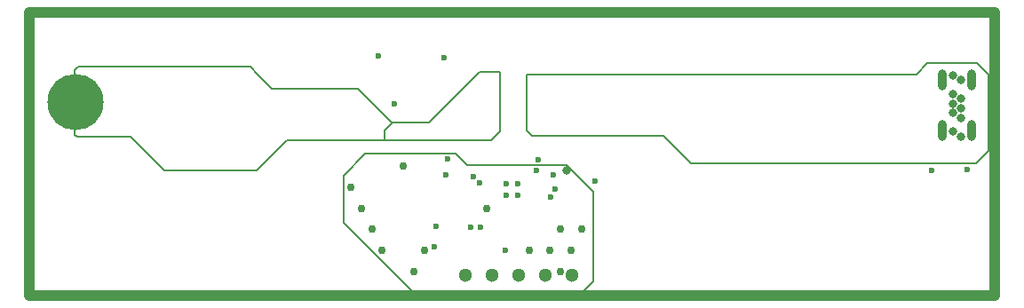
<source format=gbr>
%TF.GenerationSoftware,Altium Limited,Altium Designer,24.10.1 (45)*%
G04 Layer_Physical_Order=2*
G04 Layer_Color=32768*
%FSLAX45Y45*%
%MOMM*%
%TF.SameCoordinates,6B7C1C4C-1752-458E-A365-839E3CDA317C*%
%TF.FilePolarity,Negative*%
%TF.FileFunction,Copper,L2,Inr,Plane*%
%TF.Part,Single*%
G01*
G75*
%TA.AperFunction,ViaPad*%
%ADD41C,0.60000*%
%TA.AperFunction,NonConductor*%
%ADD42C,1.01600*%
%ADD43C,0.20000*%
%TA.AperFunction,ComponentPad*%
%ADD44O,0.80000X2.00000*%
%ADD45C,0.80000*%
%ADD46C,5.35000*%
%ADD47C,1.30000*%
%TA.AperFunction,ViaPad*%
%ADD48C,0.75000*%
%ADD49C,0.80000*%
D41*
X11590000Y7060000D02*
D03*
X12130000Y6860000D02*
D03*
X10220000Y7600000D02*
D03*
X15339999Y6960000D02*
D03*
X15680000Y6970000D02*
D03*
X11730000Y6920000D02*
D03*
X11570000Y6960000D02*
D03*
X11270000Y6200000D02*
D03*
X11030000Y6840000D02*
D03*
X10970000Y6900000D02*
D03*
X11040000Y6420000D02*
D03*
X10940000D02*
D03*
X11710000Y6710000D02*
D03*
X10610000Y6430000D02*
D03*
X10710000Y6920000D02*
D03*
X11750000Y6780000D02*
D03*
X10720000Y7070000D02*
D03*
X10600000Y6230000D02*
D03*
X10060000Y8050000D02*
D03*
X10690000Y8040000D02*
D03*
X11395000Y6725000D02*
D03*
X11285000D02*
D03*
X11395000Y6835000D02*
D03*
X11285000D02*
D03*
D42*
X6740000Y5770000D02*
Y8470000D01*
X15939999D01*
Y5770000D02*
Y8470000D01*
X6740000Y5770000D02*
X15939999D01*
D43*
X10120000Y7250000D02*
Y7320000D01*
X7170000Y7920000D02*
X7200000Y7950000D01*
X8390000D01*
X9190000Y7250000D02*
X10050000D01*
X8990000Y7050000D02*
X9190000Y7250000D01*
X8900000Y6960000D02*
X8990000Y7050000D01*
X8250000Y6960000D02*
X8900000D01*
X8020000D02*
X8250000D01*
X7700000Y7280000D02*
X8020000Y6960000D01*
X7190000Y7280000D02*
X7700000D01*
X7170000Y7300000D02*
X7190000Y7280000D01*
X7170000Y7300000D02*
Y7920000D01*
X8390000Y7950000D02*
X8840000D01*
X8920000Y7870000D01*
X9050000Y7740000D01*
X9570000D01*
X9870000D01*
X9900000Y7710000D01*
X10190000Y7420000D01*
X10200000D01*
X10050000Y7250000D02*
X11140000D01*
X11220000Y7330000D01*
Y7900000D01*
X11030000D02*
X11220000D01*
X10550000Y7420000D02*
X11030000Y7900000D01*
X10200000Y7420000D02*
X10550000D01*
X10120000Y7340000D02*
X10200000Y7420000D01*
X10120000Y7320000D02*
Y7340000D01*
X9730000Y6460000D02*
Y6910000D01*
X9940000Y7120000D01*
X10800000D01*
X9940000Y7120000D02*
Y7120000D01*
X11480000Y7340000D02*
Y7880000D01*
Y7340000D02*
X11530000Y7290000D01*
X12780000D01*
X13039999Y7030000D01*
X15760001D01*
X15880000Y7150000D01*
Y7880000D01*
X15770000Y7990000D02*
X15880000Y7880000D01*
X15300000Y7990000D02*
X15770000D01*
X15189999Y7880000D02*
X15300000Y7990000D01*
X11480000Y7880000D02*
X15189999D01*
X10800000Y7120000D02*
X10910000Y7010000D01*
X11860000D01*
X12110000Y6760000D01*
Y5900000D02*
Y6760000D01*
X12000000Y5790000D02*
X12110000Y5900000D01*
X10400000Y5790000D02*
X12000000D01*
X9730000Y6460000D02*
X10400000Y5790000D01*
D44*
X15437000Y7342502D02*
D03*
X15723000D02*
D03*
X15437000Y7824999D02*
D03*
X15723000D02*
D03*
D45*
X15619000Y7284999D02*
D03*
X15541000Y7870000D02*
D03*
Y7690000D02*
D03*
Y7600000D02*
D03*
Y7509999D02*
D03*
Y7329999D02*
D03*
X15619000Y7824999D02*
D03*
Y7644999D02*
D03*
Y7554999D02*
D03*
Y7464999D02*
D03*
D46*
X7180000Y7615750D02*
D03*
D47*
X11912000Y5960000D02*
D03*
X11658000D02*
D03*
X11404000D02*
D03*
X11150000D02*
D03*
X10896000D02*
D03*
D48*
X12000006Y6400003D02*
D03*
X11800006D02*
D03*
X11900006Y6200003D02*
D03*
X11800006Y6000003D02*
D03*
X11700006Y6200003D02*
D03*
X11500006D02*
D03*
X11100006Y6600004D02*
D03*
X10500006Y6200003D02*
D03*
X10400006Y6000003D02*
D03*
X10300006Y7000004D02*
D03*
X10000005Y6400003D02*
D03*
X10100005Y6200003D02*
D03*
X9800005Y6800004D02*
D03*
X9900005Y6600004D02*
D03*
D49*
X11860001Y6963980D02*
D03*
%TF.MD5,5c7a091719384001d654585252e99c82*%
M02*

</source>
